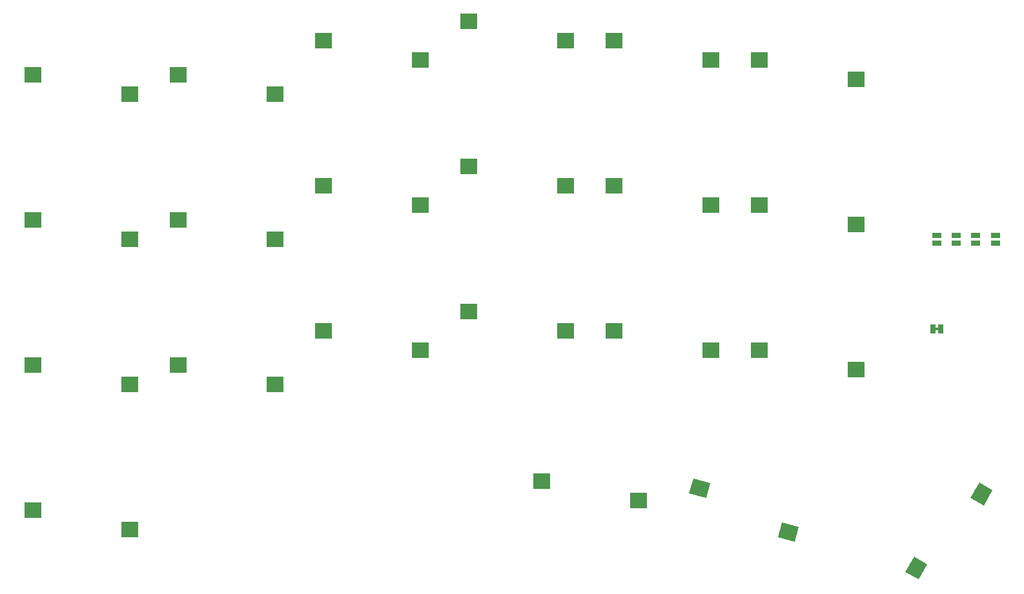
<source format=gtp>
G04 #@! TF.GenerationSoftware,KiCad,Pcbnew,(5.1.0)-1*
G04 #@! TF.CreationDate,2019-04-27T14:25:24+02:00*
G04 #@! TF.ProjectId,prkbd,70726b62-642e-46b6-9963-61645f706362,1*
G04 #@! TF.SameCoordinates,Original*
G04 #@! TF.FileFunction,Paste,Top*
G04 #@! TF.FilePolarity,Positive*
%FSLAX46Y46*%
G04 Gerber Fmt 4.6, Leading zero omitted, Abs format (unit mm)*
G04 Created by KiCad (PCBNEW (5.1.0)-1) date 2019-04-27 14:25:24*
%MOMM*%
%LPD*%
G04 APERTURE LIST*
%ADD10R,2.300000X2.000000*%
%ADD11R,0.381000X0.381000*%
%ADD12R,0.635000X1.143000*%
%ADD13R,1.143000X0.635000*%
%ADD14C,2.000000*%
%ADD15C,0.100000*%
G04 APERTURE END LIST*
D10*
X174610000Y-77510000D03*
X161910000Y-74970000D03*
X66660000Y-95925000D03*
X79360000Y-98465000D03*
D11*
X185166000Y-110236000D03*
D12*
X185666380Y-110236000D03*
X184665620Y-110236000D03*
D13*
X192829354Y-98008710D03*
X192829354Y-99009470D03*
X190284377Y-99021249D03*
X190284377Y-98020489D03*
X187744377Y-98020489D03*
X187744377Y-99021249D03*
X185204377Y-99021249D03*
X185204377Y-98020489D03*
D10*
X66660000Y-76875000D03*
X79360000Y-79415000D03*
X85710000Y-76875000D03*
X98410000Y-79415000D03*
X104760000Y-72430000D03*
X117460000Y-74970000D03*
X136510000Y-72430000D03*
X123810000Y-69890000D03*
X142860000Y-72430000D03*
X155560000Y-74970000D03*
X85710000Y-95925000D03*
X98410000Y-98465000D03*
X117460000Y-94020000D03*
X104760000Y-91480000D03*
X123810000Y-88940000D03*
X136510000Y-91480000D03*
X142860000Y-91480000D03*
X155560000Y-94020000D03*
X174610000Y-96560000D03*
X161910000Y-94020000D03*
X66660000Y-114975000D03*
X79360000Y-117515000D03*
X85710000Y-114975000D03*
X98410000Y-117515000D03*
X104760000Y-110530000D03*
X117460000Y-113070000D03*
X136510000Y-110530000D03*
X123810000Y-107990000D03*
X155560000Y-113070000D03*
X142860000Y-110530000D03*
X174610000Y-115610000D03*
X161910000Y-113070000D03*
X79360000Y-136565000D03*
X66660000Y-134025000D03*
X146035000Y-132820000D03*
X133335000Y-130280000D03*
D14*
X154060766Y-131180355D03*
D15*
G36*
X152691132Y-131848639D02*
G01*
X153208770Y-129916787D01*
X155430400Y-130512071D01*
X154912762Y-132443923D01*
X152691132Y-131848639D01*
X152691132Y-131848639D01*
G37*
D14*
X165670624Y-136920809D03*
D15*
G36*
X164300990Y-137589093D02*
G01*
X164818628Y-135657241D01*
X167040258Y-136252525D01*
X166522620Y-138184377D01*
X164300990Y-137589093D01*
X164300990Y-137589093D01*
G37*
D14*
X182484346Y-141652178D03*
D15*
G36*
X182775371Y-143148107D02*
G01*
X181043321Y-142148107D01*
X182193321Y-140156249D01*
X183925371Y-141156249D01*
X182775371Y-143148107D01*
X182775371Y-143148107D01*
G37*
D14*
X191034050Y-131923655D03*
D15*
G36*
X191325075Y-133419584D02*
G01*
X189593025Y-132419584D01*
X190743025Y-130427726D01*
X192475075Y-131427726D01*
X191325075Y-133419584D01*
X191325075Y-133419584D01*
G37*
M02*

</source>
